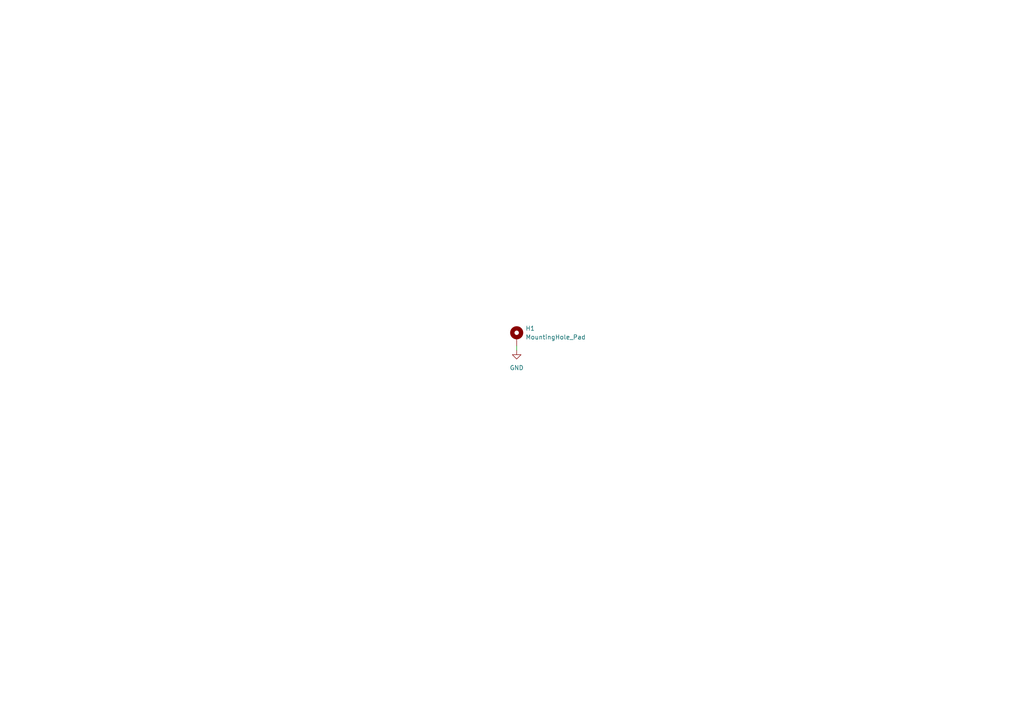
<source format=kicad_sch>
(kicad_sch (version 20250114) (generator "eeschema") (generator_version "9.0")
  (paper "A4")
  (lib_symbols
    (symbol "Mechanical:MountingHole_Pad" (pin_numbers (hide yes)) (pin_names (offset 1.016) (hide yes)) (in_bom no)
      (property "Reference" "H" (at 0 6.35 0))
      (property "Value" "MountingHole_Pad" (at 0 4.445 0))
      (symbol "MountingHole_Pad_0_1"
        (circle (center 0 1.27) (radius 1.27) (stroke (width 1.27)))
      )
      (symbol "MountingHole_Pad_1_1"
        (pin input line (at 0 -2.54 90) (length 2.54) (name "1") (number "1"))
      )
    )
    (symbol "power:GND" (power) (pin_numbers (hide yes)) (pin_names (offset 0) (hide yes))
      (property "Value" "GND" (at 0 -3.81 0))
      (symbol "GND_0_1"
        (polyline (pts (xy 0 0) (xy 0 -1.27) (xy 1.27 -1.27) (xy 0 -2.54) (xy -1.27 -1.27) (xy 0 -1.27)))
      )
      (symbol "GND_1_1"
        (pin power_in line (at 0 0 270) (length 0) (name "~") (number "1"))
      )
    )
  )
  (wire (pts (xy 149.86 100.33) (xy 149.86 101.6)))
  (symbol (lib_id "Mechanical:MountingHole_Pad") (at 149.86 97.79 0) (unit 1) (in_bom no)
    (property "Reference" "H1" (at 152.4 95.2499 0) (effects (justify left)))
    (property "Value" "MountingHole_Pad" (at 152.4 97.7899 0) (effects (justify left)))
    (property "Footprint" "MountingHole:MountingHole_4.5mm_Pad_TopOnly" (effects (hide yes)))
    (property "Description" "Mounting Hole with connection" (effects (hide yes)))
  )
  (symbol (lib_id "power:GND") (at 149.86 101.6 0) (unit 1)
    (property "Reference" "#PWR01" (effects (hide yes)))
    (property "Value" "GND" (at 149.86 106.68 0))
    (property "Description" "Power symbol creates a global label with name \"GND\" , ground" (effects (hide yes)))
  )
)
</source>
